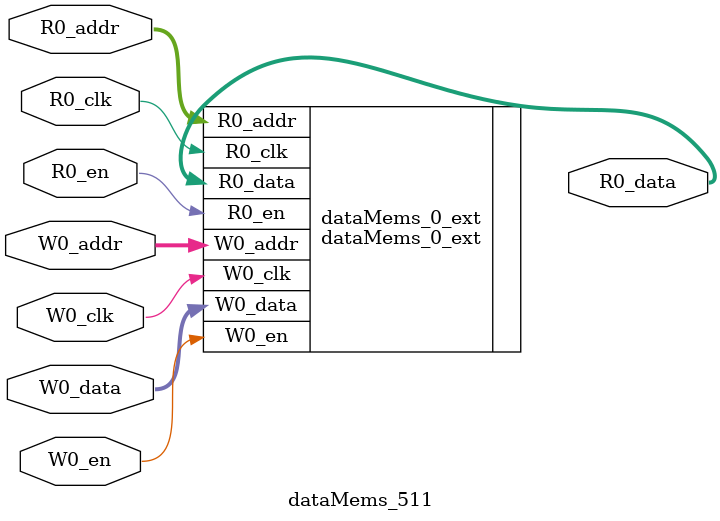
<source format=sv>
`ifndef RANDOMIZE
  `ifdef RANDOMIZE_REG_INIT
    `define RANDOMIZE
  `endif // RANDOMIZE_REG_INIT
`endif // not def RANDOMIZE
`ifndef RANDOMIZE
  `ifdef RANDOMIZE_MEM_INIT
    `define RANDOMIZE
  `endif // RANDOMIZE_MEM_INIT
`endif // not def RANDOMIZE

`ifndef RANDOM
  `define RANDOM $random
`endif // not def RANDOM

// Users can define 'PRINTF_COND' to add an extra gate to prints.
`ifndef PRINTF_COND_
  `ifdef PRINTF_COND
    `define PRINTF_COND_ (`PRINTF_COND)
  `else  // PRINTF_COND
    `define PRINTF_COND_ 1
  `endif // PRINTF_COND
`endif // not def PRINTF_COND_

// Users can define 'ASSERT_VERBOSE_COND' to add an extra gate to assert error printing.
`ifndef ASSERT_VERBOSE_COND_
  `ifdef ASSERT_VERBOSE_COND
    `define ASSERT_VERBOSE_COND_ (`ASSERT_VERBOSE_COND)
  `else  // ASSERT_VERBOSE_COND
    `define ASSERT_VERBOSE_COND_ 1
  `endif // ASSERT_VERBOSE_COND
`endif // not def ASSERT_VERBOSE_COND_

// Users can define 'STOP_COND' to add an extra gate to stop conditions.
`ifndef STOP_COND_
  `ifdef STOP_COND
    `define STOP_COND_ (`STOP_COND)
  `else  // STOP_COND
    `define STOP_COND_ 1
  `endif // STOP_COND
`endif // not def STOP_COND_

// Users can define INIT_RANDOM as general code that gets injected into the
// initializer block for modules with registers.
`ifndef INIT_RANDOM
  `define INIT_RANDOM
`endif // not def INIT_RANDOM

// If using random initialization, you can also define RANDOMIZE_DELAY to
// customize the delay used, otherwise 0.002 is used.
`ifndef RANDOMIZE_DELAY
  `define RANDOMIZE_DELAY 0.002
`endif // not def RANDOMIZE_DELAY

// Define INIT_RANDOM_PROLOG_ for use in our modules below.
`ifndef INIT_RANDOM_PROLOG_
  `ifdef RANDOMIZE
    `ifdef VERILATOR
      `define INIT_RANDOM_PROLOG_ `INIT_RANDOM
    `else  // VERILATOR
      `define INIT_RANDOM_PROLOG_ `INIT_RANDOM #`RANDOMIZE_DELAY begin end
    `endif // VERILATOR
  `else  // RANDOMIZE
    `define INIT_RANDOM_PROLOG_
  `endif // RANDOMIZE
`endif // not def INIT_RANDOM_PROLOG_

// Include register initializers in init blocks unless synthesis is set
`ifndef SYNTHESIS
  `ifndef ENABLE_INITIAL_REG_
    `define ENABLE_INITIAL_REG_
  `endif // not def ENABLE_INITIAL_REG_
`endif // not def SYNTHESIS

// Include rmemory initializers in init blocks unless synthesis is set
`ifndef SYNTHESIS
  `ifndef ENABLE_INITIAL_MEM_
    `define ENABLE_INITIAL_MEM_
  `endif // not def ENABLE_INITIAL_MEM_
`endif // not def SYNTHESIS

module dataMems_511(	// @[generators/ara/src/main/scala/UnsafeAXI4ToTL.scala:365:62]
  input  [4:0]  R0_addr,
  input         R0_en,
  input         R0_clk,
  output [66:0] R0_data,
  input  [4:0]  W0_addr,
  input         W0_en,
  input         W0_clk,
  input  [66:0] W0_data
);

  dataMems_0_ext dataMems_0_ext (	// @[generators/ara/src/main/scala/UnsafeAXI4ToTL.scala:365:62]
    .R0_addr (R0_addr),
    .R0_en   (R0_en),
    .R0_clk  (R0_clk),
    .R0_data (R0_data),
    .W0_addr (W0_addr),
    .W0_en   (W0_en),
    .W0_clk  (W0_clk),
    .W0_data (W0_data)
  );
endmodule


</source>
